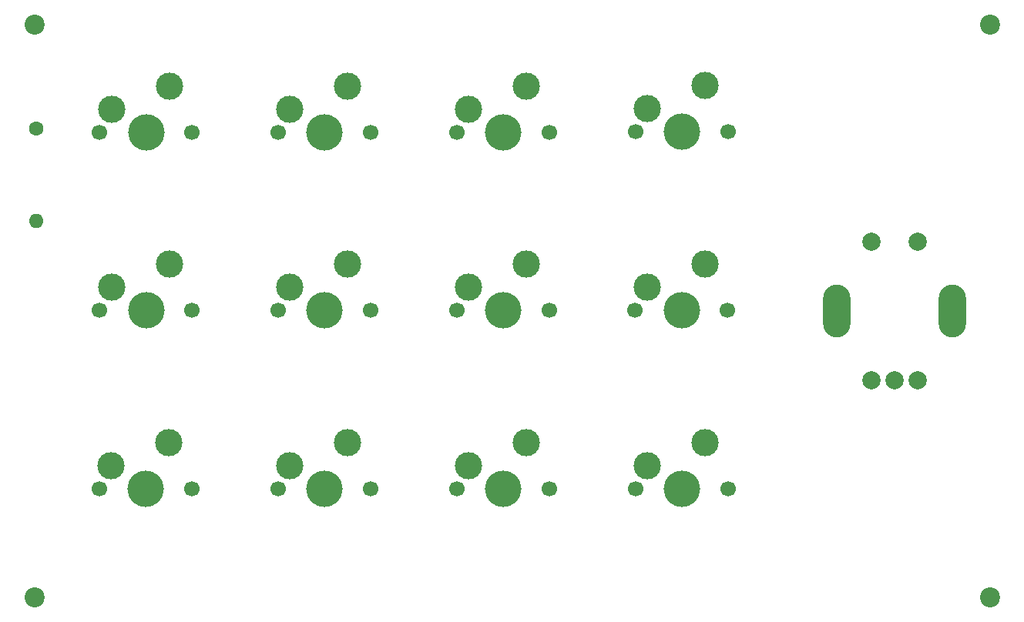
<source format=gbr>
%TF.GenerationSoftware,KiCad,Pcbnew,8.0.5*%
%TF.CreationDate,2024-09-26T23:50:07+10:00*%
%TF.ProjectId,JayPad,4a617950-6164-42e6-9b69-6361645f7063,rev?*%
%TF.SameCoordinates,Original*%
%TF.FileFunction,Soldermask,Top*%
%TF.FilePolarity,Negative*%
%FSLAX46Y46*%
G04 Gerber Fmt 4.6, Leading zero omitted, Abs format (unit mm)*
G04 Created by KiCad (PCBNEW 8.0.5) date 2024-09-26 23:50:07*
%MOMM*%
%LPD*%
G01*
G04 APERTURE LIST*
%ADD10C,1.700000*%
%ADD11C,3.000000*%
%ADD12C,4.000000*%
%ADD13C,1.600000*%
%ADD14O,1.600000X1.600000*%
%ADD15C,2.200000*%
%ADD16C,2.003200*%
%ADD17O,3.003200X5.803200*%
G04 APERTURE END LIST*
D10*
%TO.C,S5*%
X101970000Y-93950000D03*
D11*
X103260000Y-91410000D03*
D12*
X107070000Y-93950000D03*
D11*
X109610000Y-88870000D03*
D10*
X112130000Y-93950000D03*
%TD*%
D13*
%TO.C,R1*%
X95000000Y-73920000D03*
D14*
X95000000Y-84080000D03*
%TD*%
D10*
%TO.C,S2*%
X121580000Y-74360000D03*
D11*
X122870000Y-71820000D03*
D12*
X126680000Y-74360000D03*
D11*
X129220000Y-69280000D03*
D10*
X131740000Y-74360000D03*
%TD*%
%TO.C,S9*%
X101950000Y-113570000D03*
D11*
X103240000Y-111030000D03*
D12*
X107050000Y-113570000D03*
D11*
X109590000Y-108490000D03*
D10*
X112110000Y-113570000D03*
%TD*%
%TO.C,S12*%
X160830000Y-113590000D03*
D11*
X162120000Y-111050000D03*
D12*
X165930000Y-113590000D03*
D11*
X168470000Y-108510000D03*
D10*
X170990000Y-113590000D03*
%TD*%
D15*
%TO.C,REF\u002A\u002A*%
X199800000Y-62500000D03*
%TD*%
D10*
%TO.C,S1*%
X101970000Y-74390000D03*
D11*
X103260000Y-71850000D03*
D12*
X107070000Y-74390000D03*
D11*
X109610000Y-69310000D03*
D10*
X112130000Y-74390000D03*
%TD*%
%TO.C,S7*%
X141220000Y-93950000D03*
D11*
X142510000Y-91410000D03*
D12*
X146320000Y-93950000D03*
D11*
X148860000Y-88870000D03*
D10*
X151380000Y-93950000D03*
%TD*%
%TO.C,S8*%
X160820000Y-93950000D03*
D11*
X162110000Y-91410000D03*
D12*
X165920000Y-93950000D03*
D11*
X168460000Y-88870000D03*
D10*
X170980000Y-93950000D03*
%TD*%
%TO.C,S3*%
X141220000Y-74360000D03*
D11*
X142510000Y-71820000D03*
D12*
X146320000Y-74360000D03*
D11*
X148860000Y-69280000D03*
D10*
X151380000Y-74360000D03*
%TD*%
D15*
%TO.C,REF\u002A\u002A*%
X94800000Y-62500000D03*
%TD*%
D10*
%TO.C,S6*%
X121590000Y-93940000D03*
D11*
X122880000Y-91400000D03*
D12*
X126690000Y-93940000D03*
D11*
X129230000Y-88860000D03*
D10*
X131750000Y-93940000D03*
%TD*%
D15*
%TO.C,REF\u002A\u002A*%
X199800000Y-125500000D03*
%TD*%
%TO.C,REF\u002A\u002A*%
X94800000Y-125500000D03*
%TD*%
D10*
%TO.C,S10*%
X121565000Y-113560000D03*
D11*
X122855000Y-111020000D03*
D12*
X126665000Y-113560000D03*
D11*
X129205000Y-108480000D03*
D10*
X131725000Y-113560000D03*
%TD*%
D16*
%TO.C,SW1*%
X186760000Y-86380000D03*
X191840000Y-86380000D03*
X186760000Y-101620000D03*
X191840000Y-101620000D03*
X189300000Y-101620000D03*
D17*
X182950000Y-94000000D03*
X195650000Y-94000000D03*
%TD*%
D10*
%TO.C,S11*%
X141190000Y-113580000D03*
D11*
X142480000Y-111040000D03*
D12*
X146290000Y-113580000D03*
D11*
X148830000Y-108500000D03*
D10*
X151350000Y-113580000D03*
%TD*%
%TO.C,S4*%
X160830000Y-74300000D03*
D11*
X162120000Y-71760000D03*
D12*
X165930000Y-74300000D03*
D11*
X168470000Y-69220000D03*
D10*
X170990000Y-74300000D03*
%TD*%
M02*

</source>
